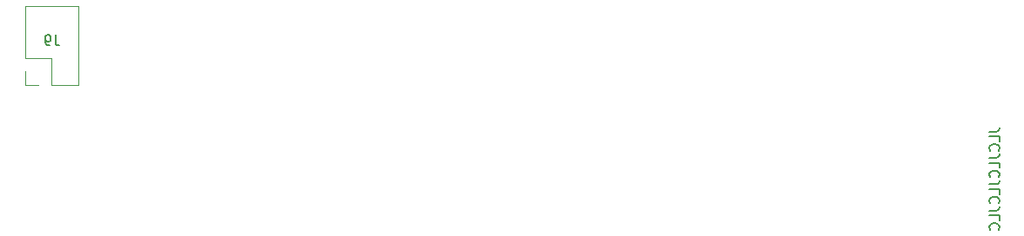
<source format=gbr>
G04 #@! TF.GenerationSoftware,KiCad,Pcbnew,(5.1.4-0-10_14)*
G04 #@! TF.CreationDate,2020-03-01T11:47:34+01:00*
G04 #@! TF.ProjectId,circuit,63697263-7569-4742-9e6b-696361645f70,rev?*
G04 #@! TF.SameCoordinates,Original*
G04 #@! TF.FileFunction,Legend,Bot*
G04 #@! TF.FilePolarity,Positive*
%FSLAX46Y46*%
G04 Gerber Fmt 4.6, Leading zero omitted, Abs format (unit mm)*
G04 Created by KiCad (PCBNEW (5.1.4-0-10_14)) date 2020-03-01 11:47:34*
%MOMM*%
%LPD*%
G04 APERTURE LIST*
%ADD10C,0.150000*%
%ADD11C,0.120000*%
G04 APERTURE END LIST*
D10*
X115908840Y-99597152D02*
X116623126Y-99597152D01*
X116765983Y-99549533D01*
X116861221Y-99454295D01*
X116908840Y-99311438D01*
X116908840Y-99216200D01*
X116908840Y-100549533D02*
X116908840Y-100073342D01*
X115908840Y-100073342D01*
X116813602Y-101454295D02*
X116861221Y-101406676D01*
X116908840Y-101263819D01*
X116908840Y-101168580D01*
X116861221Y-101025723D01*
X116765983Y-100930485D01*
X116670745Y-100882866D01*
X116480269Y-100835247D01*
X116337412Y-100835247D01*
X116146936Y-100882866D01*
X116051698Y-100930485D01*
X115956460Y-101025723D01*
X115908840Y-101168580D01*
X115908840Y-101263819D01*
X115956460Y-101406676D01*
X116004079Y-101454295D01*
X115908840Y-102168580D02*
X116623126Y-102168580D01*
X116765983Y-102120961D01*
X116861221Y-102025723D01*
X116908840Y-101882866D01*
X116908840Y-101787628D01*
X116908840Y-103120961D02*
X116908840Y-102644771D01*
X115908840Y-102644771D01*
X116813602Y-104025723D02*
X116861221Y-103978104D01*
X116908840Y-103835247D01*
X116908840Y-103740009D01*
X116861221Y-103597152D01*
X116765983Y-103501914D01*
X116670745Y-103454295D01*
X116480269Y-103406676D01*
X116337412Y-103406676D01*
X116146936Y-103454295D01*
X116051698Y-103501914D01*
X115956460Y-103597152D01*
X115908840Y-103740009D01*
X115908840Y-103835247D01*
X115956460Y-103978104D01*
X116004079Y-104025723D01*
X115908840Y-104740009D02*
X116623126Y-104740009D01*
X116765983Y-104692390D01*
X116861221Y-104597152D01*
X116908840Y-104454295D01*
X116908840Y-104359057D01*
X116908840Y-105692390D02*
X116908840Y-105216200D01*
X115908840Y-105216200D01*
X116813602Y-106597152D02*
X116861221Y-106549533D01*
X116908840Y-106406676D01*
X116908840Y-106311438D01*
X116861221Y-106168580D01*
X116765983Y-106073342D01*
X116670745Y-106025723D01*
X116480269Y-105978104D01*
X116337412Y-105978104D01*
X116146936Y-106025723D01*
X116051698Y-106073342D01*
X115956460Y-106168580D01*
X115908840Y-106311438D01*
X115908840Y-106406676D01*
X115956460Y-106549533D01*
X116004079Y-106597152D01*
X115908840Y-107311438D02*
X116623126Y-107311438D01*
X116765983Y-107263819D01*
X116861221Y-107168580D01*
X116908840Y-107025723D01*
X116908840Y-106930485D01*
X116908840Y-108263819D02*
X116908840Y-107787628D01*
X115908840Y-107787628D01*
X116813602Y-109168580D02*
X116861221Y-109120961D01*
X116908840Y-108978104D01*
X116908840Y-108882866D01*
X116861221Y-108740009D01*
X116765983Y-108644771D01*
X116670745Y-108597152D01*
X116480269Y-108549533D01*
X116337412Y-108549533D01*
X116146936Y-108597152D01*
X116051698Y-108644771D01*
X115956460Y-108740009D01*
X115908840Y-108882866D01*
X115908840Y-108978104D01*
X115956460Y-109120961D01*
X116004079Y-109168580D01*
D11*
X22165000Y-95056000D02*
X23495000Y-95056000D01*
X22165000Y-93726000D02*
X22165000Y-95056000D01*
X24765000Y-95056000D02*
X27365000Y-95056000D01*
X24765000Y-92456000D02*
X24765000Y-95056000D01*
X22165000Y-92456000D02*
X24765000Y-92456000D01*
X27365000Y-95056000D02*
X27365000Y-87316000D01*
X22165000Y-92456000D02*
X22165000Y-87316000D01*
X22165000Y-87316000D02*
X27365000Y-87316000D01*
D10*
X25111033Y-90183720D02*
X25111033Y-90898006D01*
X25158652Y-91040863D01*
X25253890Y-91136101D01*
X25396747Y-91183720D01*
X25491985Y-91183720D01*
X24587223Y-91183720D02*
X24396747Y-91183720D01*
X24301509Y-91136101D01*
X24253890Y-91088482D01*
X24158652Y-90945625D01*
X24111033Y-90755149D01*
X24111033Y-90374197D01*
X24158652Y-90278959D01*
X24206271Y-90231340D01*
X24301509Y-90183720D01*
X24491985Y-90183720D01*
X24587223Y-90231340D01*
X24634842Y-90278959D01*
X24682461Y-90374197D01*
X24682461Y-90612292D01*
X24634842Y-90707530D01*
X24587223Y-90755149D01*
X24491985Y-90802768D01*
X24301509Y-90802768D01*
X24206271Y-90755149D01*
X24158652Y-90707530D01*
X24111033Y-90612292D01*
M02*

</source>
